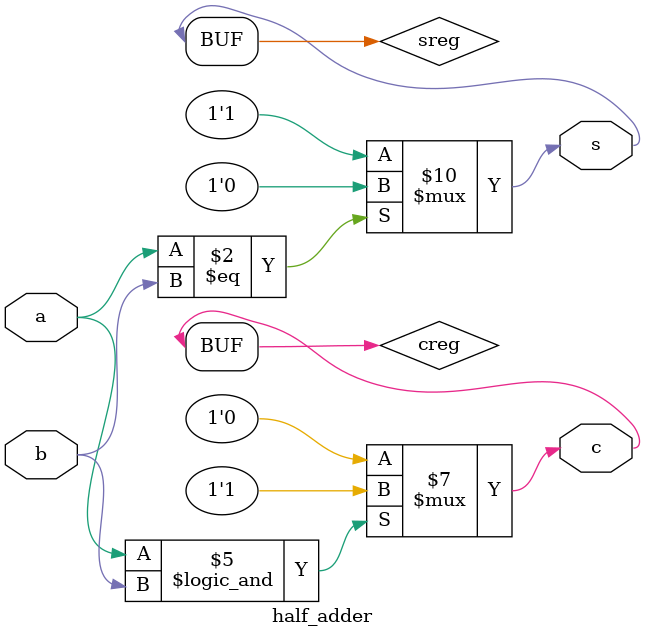
<source format=v>
`timescale 1ns / 1ps
module half_adder(a,b,s,c
    );
input a,b;
output s,c;

reg sreg, creg;

assign s = sreg;
assign c = creg;

always @(a or b) 
begin
	if (a==b) sreg=0;
	else sreg=1;
	if (a==1 && b==1) creg=1;
	else creg=0;
end

endmodule

</source>
